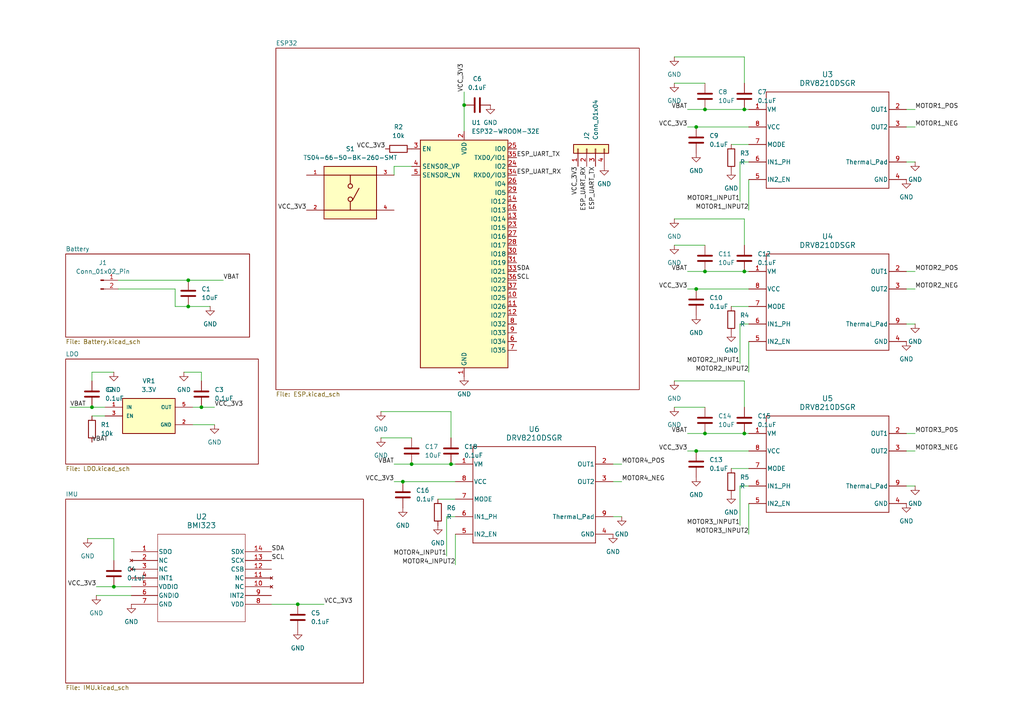
<source format=kicad_sch>
(kicad_sch (version 20250114) (generator "eeschema") (generator_version "9.0")
  (paper "A4")
  (lib_symbols
    (symbol "2025-09-15_20-21-28:DRV8210DSGR" (pin_names (offset 0.254))
      (property "Reference" "U" (at 0 2.54 0))
      (property "Value" "DRV8210DSGR" (at 0 0 0))
      (symbol "DRV8210DSGR_0_1"
        (polyline (pts (xy 5.08 5.08) (xy 5.08 -22.86)) (stroke (width 0.2032)))
        (polyline (pts (xy 5.08 -22.86) (xy 40.64 -22.86)) (stroke (width 0.2032)))
        (polyline (pts (xy 40.64 5.08) (xy 5.08 5.08)) (stroke (width 0.2032)))
        (polyline (pts (xy 40.64 -22.86) (xy 40.64 5.08)) (stroke (width 0.2032)))
        (pin power_in line (at 0 0 0) (length 5.08) (name "VM") (number "1"))
        (pin power_in line (at 0 -5.08 0) (length 5.08) (name "VCC") (number "8"))
        (pin unspecified line (at 0 -10.16 0) (length 5.08) (name "MODE") (number "7"))
        (pin input line (at 0 -15.24 0) (length 5.08) (name "IN1_PH") (number "6"))
        (pin input line (at 0 -20.32 0) (length 5.08) (name "IN2_EN") (number "5"))
        (pin output line (at 45.72 0 180) (length 5.08) (name "OUT1") (number "2"))
        (pin output line (at 45.72 -5.08 180) (length 5.08) (name "OUT2") (number "3"))
        (pin power_in line (at 45.72 -15.24 180) (length 5.08) (name "Thermal_Pad") (number "9"))
        (pin power_in line (at 45.72 -20.32 180) (length 5.08) (name "GND") (number "4"))
      )
    )
    (symbol "AP7366:AP7366-33W5-7" (pin_names (offset 1.016))
      (property "Reference" "VR" (at -7.62 6.35 0))
      (property "Value" "AP7366-33W5-7" (at -7.62 -6.35 0))
      (symbol "AP7366-33W5-7_0_0"
        (rectangle (start -7.62 -5.08) (end 7.62 5.08) (stroke (width 0.254)) (fill (type background)))
        (pin input line (at -12.7 2.54 0) (length 5.08) (name "IN") (number "1"))
        (pin input line (at -12.7 0 0) (length 5.08) (name "EN") (number "3"))
        (pin output line (at 12.7 2.54 180) (length 5.08) (name "OUT") (number "5"))
        (pin power_in line (at 12.7 -2.54 180) (length 5.08) (name "GND") (number "2"))
      )
    )
    (symbol "BMI323:BMI323" (pin_names (offset 0.254))
      (property "Reference" "U" (at 20.32 10.16 0))
      (property "Value" "BMI323" (at 20.32 7.62 0))
      (symbol "BMI323_0_1"
        (polyline (pts (xy 7.62 5.08) (xy 7.62 -20.32)) (stroke (width 0.127)))
        (polyline (pts (xy 7.62 -20.32) (xy 33.02 -20.32)) (stroke (width 0.127)))
        (polyline (pts (xy 33.02 5.08) (xy 7.62 5.08)) (stroke (width 0.127)))
        (polyline (pts (xy 33.02 -20.32) (xy 33.02 5.08)) (stroke (width 0.127)))
        (pin bidirectional line (at 0 0 0) (length 7.62) (name "SDO") (number "1"))
        (pin no_connect line (at 0 -2.54 0) (length 7.62) (name "NC") (number "2"))
        (pin no_connect line (at 0 -5.08 0) (length 7.62) (name "NC") (number "3"))
        (pin bidirectional line (at 0 -7.62 0) (length 7.62) (name "INT1") (number "4"))
        (pin power_in line (at 0 -10.16 0) (length 7.62) (name "VDDIO") (number "5"))
        (pin power_out line (at 0 -12.7 0) (length 7.62) (name "GNDIO") (number "6"))
        (pin power_out line (at 0 -15.24 0) (length 7.62) (name "GND") (number "7"))
        (pin bidirectional line (at 40.64 0 180) (length 7.62) (name "SDX") (number "14"))
        (pin input line (at 40.64 -2.54 180) (length 7.62) (name "SCX") (number "13"))
        (pin input line (at 40.64 -5.08 180) (length 7.62) (name "CSB") (number "12"))
        (pin no_connect line (at 40.64 -7.62 180) (length 7.62) (name "NC") (number "11"))
        (pin no_connect line (at 40.64 -10.16 180) (length 7.62) (name "NC") (number "10"))
        (pin bidirectional line (at 40.64 -12.7 180) (length 7.62) (name "INT2") (number "9"))
        (pin power_in line (at 40.64 -15.24 180) (length 7.62) (name "VDD") (number "8"))
      )
    )
    (symbol "Connector:Conn_01x02_Pin" (pin_names (offset 1.016) (hide yes))
      (property "Reference" "J1" (at 0.635 5.08 0))
      (property "Value" "Conn_01x02_Pin" (at 0.635 2.54 0))
      (symbol "Conn_01x02_Pin_1_1"
        (rectangle (start 0.8636 0.127) (end 0 -0.127) (stroke (width 0.1524)) (fill (type outline)))
        (rectangle (start 0.8636 -2.413) (end 0 -2.667) (stroke (width 0.1524)) (fill (type outline)))
        (polyline (pts (xy 1.27 0) (xy 0.8636 0)) (stroke (width 0.1524)))
        (polyline (pts (xy 1.27 -2.54) (xy 0.8636 -2.54)) (stroke (width 0.1524)))
        (pin passive line (at 5.08 0 180) (length 3.81) (name "Pin_1") (number "1"))
        (pin passive line (at 5.08 -2.54 180) (length 3.81) (name "Pin_2") (number "2"))
      )
    )
    (symbol "Connector_Generic:Conn_01x04" (pin_names (offset 1.016) (hide yes))
      (property "Reference" "J" (at 0 5.08 0))
      (property "Value" "Conn_01x04" (at 0 -7.62 0))
      (symbol "Conn_01x04_1_1"
        (rectangle (start -1.27 3.81) (end 1.27 -6.35) (stroke (width 0.254)) (fill (type background)))
        (rectangle (start -1.27 2.667) (end 0 2.413) (stroke (width 0.1524)))
        (rectangle (start -1.27 0.127) (end 0 -0.127) (stroke (width 0.1524)))
        (rectangle (start -1.27 -2.413) (end 0 -2.667) (stroke (width 0.1524)))
        (rectangle (start -1.27 -4.953) (end 0 -5.207) (stroke (width 0.1524)))
        (pin passive line (at -5.08 2.54 0) (length 3.81) (name "Pin_1") (number "1"))
        (pin passive line (at -5.08 0 0) (length 3.81) (name "Pin_2") (number "2"))
        (pin passive line (at -5.08 -2.54 0) (length 3.81) (name "Pin_3") (number "3"))
        (pin passive line (at -5.08 -5.08 0) (length 3.81) (name "Pin_4") (number "4"))
      )
    )
    (symbol "Device:C" (pin_numbers (hide yes)) (pin_names (offset 0.254))
      (property "Reference" "C" (at 0.635 2.54 0))
      (property "Value" "C" (at 0.635 -2.54 0))
      (symbol "C_0_1"
        (polyline (pts (xy -2.032 0.762) (xy 2.032 0.762)) (stroke (width 0.508)))
        (polyline (pts (xy -2.032 -0.762) (xy 2.032 -0.762)) (stroke (width 0.508)))
      )
      (symbol "C_1_1"
        (pin passive line (at 0 3.81 270) (length 2.794) (name "~") (number "1"))
        (pin passive line (at 0 -3.81 90) (length 2.794) (name "~") (number "2"))
      )
    )
    (symbol "Device:R" (pin_numbers (hide yes)) (pin_names (offset 0))
      (property "Reference" "R" (at 2.032 0 90))
      (property "Value" "R" (at 0 0 90))
      (symbol "R_0_1"
        (rectangle (start -1.016 -2.54) (end 1.016 2.54) (stroke (width 0.254)))
      )
      (symbol "R_1_1"
        (pin passive line (at 0 3.81 270) (length 1.27) (name "~") (number "1"))
        (pin passive line (at 0 -3.81 90) (length 1.27) (name "~") (number "2"))
      )
    )
    (symbol "RF_Module:ESP32-WROOM-32E"
      (property "Reference" "U" (at -12.7 34.29 0))
      (property "Value" "ESP32-WROOM-32E" (at 1.27 34.29 0))
      (symbol "ESP32-WROOM-32E_0_1"
        (rectangle (start -12.7 33.02) (end 12.7 -33.02) (stroke (width 0.254)) (fill (type background)))
      )
      (symbol "ESP32-WROOM-32E_1_1"
        (pin input line (at -15.24 30.48 0) (length 2.54) (name "EN") (number "3"))
        (pin input line (at -15.24 25.4 0) (length 2.54) (name "SENSOR_VP") (number "4"))
        (pin input line (at -15.24 22.86 0) (length 2.54) (name "SENSOR_VN") (number "5"))
        (pin no_connect line (at -12.7 0 0) (length 2.54) (hide yes) (name "NC") (number "21"))
        (pin no_connect line (at -12.7 -2.54 0) (length 2.54) (hide yes) (name "NC") (number "22"))
        (pin no_connect line (at -12.7 -5.08 0) (length 2.54) (hide yes) (name "NC") (number "17"))
        (pin no_connect line (at -12.7 -7.62 0) (length 2.54) (hide yes) (name "NC") (number "18"))
        (pin no_connect line (at -12.7 -10.16 0) (length 2.54) (hide yes) (name "NC") (number "20"))
        (pin no_connect line (at -12.7 -12.7 0) (length 2.54) (hide yes) (name "NC") (number "19"))
        (pin no_connect line (at -12.7 -27.94 0) (length 2.54) (hide yes) (name "NC") (number "32"))
        (pin power_in line (at 0 35.56 270) (length 2.54) (name "VDD") (number "2"))
        (pin power_in line (at 0 -35.56 90) (length 2.54) (name "GND") (number "1"))
        (pin passive line (at 0 -35.56 90) (length 2.54) (hide yes) (name "GND") (number "15"))
        (pin passive line (at 0 -35.56 90) (length 2.54) (hide yes) (name "GND") (number "38"))
        (pin passive line (at 0 -35.56 90) (length 2.54) (hide yes) (name "GND") (number "39"))
        (pin bidirectional line (at 15.24 30.48 180) (length 2.54) (name "IO0") (number "25"))
        (pin bidirectional line (at 15.24 27.94 180) (length 2.54) (name "TXD0/IO1") (number "35"))
        (pin bidirectional line (at 15.24 25.4 180) (length 2.54) (name "IO2") (number "24"))
        (pin bidirectional line (at 15.24 22.86 180) (length 2.54) (name "RXD0/IO3") (number "34"))
        (pin bidirectional line (at 15.24 20.32 180) (length 2.54) (name "IO4") (number "26"))
        (pin bidirectional line (at 15.24 17.78 180) (length 2.54) (name "IO5") (number "29"))
        (pin bidirectional line (at 15.24 15.24 180) (length 2.54) (name "IO12") (number "14"))
        (pin bidirectional line (at 15.24 12.7 180) (length 2.54) (name "IO13") (number "16"))
        (pin bidirectional line (at 15.24 10.16 180) (length 2.54) (name "IO14") (number "13"))
        (pin bidirectional line (at 15.24 7.62 180) (length 2.54) (name "IO15") (number "23"))
        (pin bidirectional line (at 15.24 5.08 180) (length 2.54) (name "IO16") (number "27"))
        (pin bidirectional line (at 15.24 2.54 180) (length 2.54) (name "IO17") (number "28"))
        (pin bidirectional line (at 15.24 0 180) (length 2.54) (name "IO18") (number "30"))
        (pin bidirectional line (at 15.24 -2.54 180) (length 2.54) (name "IO19") (number "31"))
        (pin bidirectional line (at 15.24 -5.08 180) (length 2.54) (name "IO21") (number "33"))
        (pin bidirectional line (at 15.24 -7.62 180) (length 2.54) (name "IO22") (number "36"))
        (pin bidirectional line (at 15.24 -10.16 180) (length 2.54) (name "IO23") (number "37"))
        (pin bidirectional line (at 15.24 -12.7 180) (length 2.54) (name "IO25") (number "10"))
        (pin bidirectional line (at 15.24 -15.24 180) (length 2.54) (name "IO26") (number "11"))
        (pin bidirectional line (at 15.24 -17.78 180) (length 2.54) (name "IO27") (number "12"))
        (pin bidirectional line (at 15.24 -20.32 180) (length 2.54) (name "IO32") (number "8"))
        (pin bidirectional line (at 15.24 -22.86 180) (length 2.54) (name "IO33") (number "9"))
        (pin input line (at 15.24 -25.4 180) (length 2.54) (name "IO34") (number "6"))
        (pin input line (at 15.24 -27.94 180) (length 2.54) (name "IO35") (number "7"))
      )
    )
    (symbol "TS04-66-50-BK-260-SMT:TS04-66-50-BK-260-SMT" (pin_names (offset 1.016))
      (property "Reference" "S" (at -7.62 8.382 0))
      (property "Value" "TS04-66-50-BK-260-SMT" (at -7.62 -8.382 0))
      (symbol "TS04-66-50-BK-260-SMT_0_0"
        (rectangle (start -7.62 -7.62) (end 7.62 7.62) (stroke (width 0.254)) (fill (type background)))
        (polyline (pts (xy 0 5.08) (xy 0 2.54)) (stroke (width 0.254)))
        (circle (center 0 1.905) (radius 0.635) (stroke (width 0.254)))
        (circle (center 0 -1.905) (radius 0.635) (stroke (width 0.254)))
        (polyline (pts (xy 0 -2.54) (xy 0 -5.08)) (stroke (width 0.254)))
        (polyline (pts (xy 0.635 -2.2225) (xy 2.54 1.27)) (stroke (width 0.254)))
        (polyline (pts (xy 7.62 5.08) (xy -7.62 5.08)) (stroke (width 0.254)))
        (polyline (pts (xy 7.62 -5.08) (xy -7.62 -5.08)) (stroke (width 0.254)))
        (pin passive line (at -12.7 5.08 0) (length 5.08) (name "~") (number "1"))
        (pin passive line (at -12.7 -5.08 0) (length 5.08) (name "~") (number "2"))
        (pin passive line (at 12.7 5.08 180) (length 5.08) (name "~") (number "3"))
        (pin passive line (at 12.7 -5.08 180) (length 5.08) (name "~") (number "4"))
      )
    )
    (symbol "power:GND" (power) (pin_numbers (hide yes)) (pin_names (offset 0) (hide yes))
      (property "Value" "GND" (at 0 -3.81 0))
      (symbol "GND_0_1"
        (polyline (pts (xy 0 0) (xy 0 -1.27) (xy 1.27 -1.27) (xy 0 -2.54) (xy -1.27 -1.27) (xy 0 -1.27)))
      )
      (symbol "GND_1_1"
        (pin power_in line (at 0 0 270) (length 0) (name "~") (number "1"))
      )
    )
  )
  (junction (at 116.84 139.7))
  (junction (at 201.93 36.83))
  (junction (at 54.61 88.9))
  (junction (at 201.93 130.81))
  (junction (at 86.36 175.26))
  (junction (at 204.47 125.73))
  (junction (at 215.9 31.75))
  (junction (at 201.93 83.82))
  (junction (at 119.38 134.62))
  (junction (at 215.9 125.73))
  (junction (at 54.61 81.28))
  (junction (at 130.81 134.62))
  (junction (at 204.47 31.75))
  (junction (at 58.42 118.11))
  (junction (at 26.67 118.11))
  (junction (at 204.47 78.74))
  (junction (at 215.9 78.74))
  (junction (at 134.62 30.48))
  (junction (at 33.02 170.18))
  (wire (pts (xy 58.42 110.49) (xy 58.42 107.95)))
  (wire (pts (xy 215.9 31.75) (xy 217.17 31.75)))
  (wire (pts (xy 110.49 119.38) (xy 130.81 119.38)))
  (wire (pts (xy 217.17 99.06) (xy 217.17 107.95)))
  (wire (pts (xy 114.3 139.7) (xy 116.84 139.7)))
  (wire (pts (xy 262.89 83.82) (xy 265.43 83.82)))
  (wire (pts (xy 265.43 46.99) (xy 262.89 46.99)))
  (wire (pts (xy 116.84 139.7) (xy 132.08 139.7)))
  (wire (pts (xy 265.43 93.98) (xy 262.89 93.98)))
  (wire (pts (xy 93.98 175.26) (xy 86.36 175.26)))
  (wire (pts (xy 199.39 36.83) (xy 201.93 36.83)))
  (wire (pts (xy 199.39 78.74) (xy 204.47 78.74)))
  (wire (pts (xy 180.34 149.86) (xy 177.8 149.86)))
  (wire (pts (xy 26.67 107.95) (xy 33.02 107.95)))
  (wire (pts (xy 215.9 125.73) (xy 217.17 125.73)))
  (wire (pts (xy 25.4 156.21) (xy 33.02 156.21)))
  (wire (pts (xy 110.49 127) (xy 119.38 127)))
  (wire (pts (xy 262.89 78.74) (xy 265.43 78.74)))
  (wire (pts (xy 204.47 31.75) (xy 215.9 31.75)))
  (wire (pts (xy 54.61 81.28) (xy 64.77 81.28)))
  (wire (pts (xy 130.81 134.62) (xy 132.08 134.62)))
  (wire (pts (xy 50.8 83.82) (xy 34.29 83.82)))
  (wire (pts (xy 195.58 24.13) (xy 204.47 24.13)))
  (wire (pts (xy 217.17 52.07) (xy 217.17 60.96)))
  (wire (pts (xy 195.58 63.5) (xy 215.9 63.5)))
  (wire (pts (xy 204.47 78.74) (xy 215.9 78.74)))
  (wire (pts (xy 130.81 127) (xy 130.81 119.38)))
  (wire (pts (xy 27.94 170.18) (xy 33.02 170.18)))
  (wire (pts (xy 262.89 36.83) (xy 265.43 36.83)))
  (wire (pts (xy 53.34 107.95) (xy 58.42 107.95)))
  (wire (pts (xy 195.58 71.12) (xy 204.47 71.12)))
  (wire (pts (xy 201.93 130.81) (xy 217.17 130.81)))
  (wire (pts (xy 214.63 46.99) (xy 214.63 58.42)))
  (wire (pts (xy 212.09 41.91) (xy 217.17 41.91)))
  (wire (pts (xy 132.08 154.94) (xy 132.08 163.83)))
  (wire (pts (xy 127 144.78) (xy 132.08 144.78)))
  (wire (pts (xy 199.39 31.75) (xy 204.47 31.75)))
  (wire (pts (xy 134.62 26.67) (xy 134.62 30.48)))
  (wire (pts (xy 20.32 118.11) (xy 26.67 118.11)))
  (wire (pts (xy 50.8 88.9) (xy 54.61 88.9)))
  (wire (pts (xy 26.67 118.11) (xy 30.48 118.11)))
  (wire (pts (xy 129.54 149.86) (xy 132.08 149.86)))
  (wire (pts (xy 177.8 139.7) (xy 180.34 139.7)))
  (wire (pts (xy 114.3 134.62) (xy 119.38 134.62)))
  (wire (pts (xy 55.88 118.11) (xy 58.42 118.11)))
  (wire (pts (xy 50.8 88.9) (xy 50.8 83.82)))
  (wire (pts (xy 26.67 120.65) (xy 30.48 120.65)))
  (wire (pts (xy 204.47 125.73) (xy 215.9 125.73)))
  (wire (pts (xy 262.89 31.75) (xy 265.43 31.75)))
  (wire (pts (xy 215.9 118.11) (xy 215.9 110.49)))
  (wire (pts (xy 195.58 110.49) (xy 215.9 110.49)))
  (wire (pts (xy 212.09 135.89) (xy 217.17 135.89)))
  (wire (pts (xy 129.54 149.86) (xy 129.54 161.29)))
  (wire (pts (xy 33.02 162.56) (xy 33.02 156.21)))
  (wire (pts (xy 119.38 134.62) (xy 130.81 134.62)))
  (wire (pts (xy 214.63 46.99) (xy 217.17 46.99)))
  (wire (pts (xy 262.89 125.73) (xy 265.43 125.73)))
  (wire (pts (xy 114.3 50.8) (xy 114.3 48.26)))
  (wire (pts (xy 217.17 146.05) (xy 217.17 154.94)))
  (wire (pts (xy 214.63 93.98) (xy 217.17 93.98)))
  (wire (pts (xy 58.42 118.11) (xy 62.23 118.11)))
  (wire (pts (xy 199.39 130.81) (xy 201.93 130.81)))
  (wire (pts (xy 27.94 172.72) (xy 38.1 172.72)))
  (wire (pts (xy 215.9 78.74) (xy 217.17 78.74)))
  (wire (pts (xy 201.93 36.83) (xy 217.17 36.83)))
  (wire (pts (xy 34.29 81.28) (xy 54.61 81.28)))
  (wire (pts (xy 265.43 140.97) (xy 262.89 140.97)))
  (wire (pts (xy 177.8 134.62) (xy 180.34 134.62)))
  (wire (pts (xy 214.63 140.97) (xy 217.17 140.97)))
  (wire (pts (xy 214.63 140.97) (xy 214.63 152.4)))
  (wire (pts (xy 215.9 71.12) (xy 215.9 63.5)))
  (wire (pts (xy 195.58 118.11) (xy 204.47 118.11)))
  (wire (pts (xy 262.89 130.81) (xy 265.43 130.81)))
  (wire (pts (xy 214.63 93.98) (xy 214.63 105.41)))
  (wire (pts (xy 134.62 30.48) (xy 134.62 38.1)))
  (wire (pts (xy 33.02 170.18) (xy 38.1 170.18)))
  (wire (pts (xy 55.88 123.19) (xy 62.23 123.19)))
  (wire (pts (xy 201.93 83.82) (xy 217.17 83.82)))
  (wire (pts (xy 86.36 175.26) (xy 78.74 175.26)))
  (wire (pts (xy 114.3 48.26) (xy 119.38 48.26)))
  (wire (pts (xy 212.09 88.9) (xy 217.17 88.9)))
  (wire (pts (xy 54.61 88.9) (xy 60.96 88.9)))
  (wire (pts (xy 26.67 110.49) (xy 26.67 107.95)))
  (wire (pts (xy 195.58 16.51) (xy 215.9 16.51)))
  (wire (pts (xy 199.39 125.73) (xy 204.47 125.73)))
  (wire (pts (xy 215.9 24.13) (xy 215.9 16.51)))
  (wire (pts (xy 199.39 83.82) (xy 201.93 83.82)))
  (label "MOTOR2_POS" (at 265.43 78.74 0))
  (label "MOTOR1_INPUT1" (at 214.63 58.42 180))
  (label "MOTOR3_INPUT2" (at 217.17 154.94 180))
  (label "MOTOR1_NEG" (at 265.43 36.83 0))
  (label "VCC_3V3" (at 111.76 43.18 180))
  (label "VCC_3V3" (at 88.9 60.96 180))
  (label "VBAT" (at 114.3 134.62 180))
  (label "SDA" (at 78.74 160.02 0))
  (label "VCC_3V3" (at 199.39 83.82 180))
  (label "MOTOR4_INPUT2" (at 132.08 163.83 180))
  (label "VCC_3V3" (at 93.98 175.26 0))
  (label "ESP_UART_RX" (at 170.18 48.26 270))
  (label "MOTOR4_INPUT1" (at 129.54 161.29 180))
  (label "VCC_3V3" (at 62.23 118.11 0))
  (label "MOTOR4_NEG" (at 180.34 139.7 0))
  (label "MOTOR3_NEG" (at 265.43 130.81 0))
  (label "VBAT" (at 20.32 118.11 0))
  (label "MOTOR4_POS" (at 180.34 134.62 0))
  (label "VBAT" (at 199.39 31.75 180))
  (label "VCC_3V3" (at 134.62 26.67 90))
  (label "MOTOR1_INPUT2" (at 217.17 60.96 180))
  (label "VCC_3V3" (at 114.3 139.7 180))
  (label "MOTOR1_POS" (at 265.43 31.75 0))
  (label "VCC_3V3" (at 199.39 130.81 180))
  (label "MOTOR2_INPUT2" (at 217.17 107.95 180))
  (label "VCC_3V3" (at 27.94 170.18 180))
  (label "MOTOR2_INPUT1" (at 214.63 105.41 180))
  (label "VCC_3V3" (at 199.39 36.83 180))
  (label "VCC_3V3" (at 167.64 48.26 270))
  (label "VBAT" (at 64.77 81.28 0))
  (label "MOTOR3_INPUT1" (at 214.63 152.4 180))
  (label "VBAT" (at 199.39 125.73 180))
  (label "SDA" (at 149.86 78.74 0))
  (label "VBAT" (at 199.39 78.74 180))
  (label "VBAT" (at 26.67 128.27 0))
  (label "MOTOR2_NEG" (at 265.43 83.82 0))
  (label "MOTOR3_POS" (at 265.43 125.73 0))
  (label "ESP_UART_TX" (at 149.86 45.72 0))
  (label "ESP_UART_RX" (at 149.86 50.8 0))
  (label "SCL" (at 149.86 81.28 0))
  (label "ESP_UART_TX" (at 172.72 48.26 270))
  (label "SCL" (at 78.74 162.56 0))
  (symbol (lib_id "Device:R") (at 127 148.59 180) (unit 1)
    (property "Reference" "R6" (at 129.54 147.3199 0) (effects (justify right)))
    (property "Value" "R" (at 129.54 149.8599 0) (effects (justify right)))
    (property "Description" "Resistor" (effects (hide yes)))
  )
  (symbol (lib_id "2025-09-15_20-21-28:DRV8210DSGR") (at 217.17 31.75 0) (unit 1)
    (property "Reference" "U3" (at 240.03 21.59 0) (effects (font (size 1.524 1.524))))
    (property "Value" "DRV8210DSGR" (at 240.03 24.13 0) (effects (font (size 1.524 1.524))))
    (property "Footprint" "DSG0008A-IPC_A" (effects (hide yes)))
    (property "Datasheet" "https://www.ti.com/lit/gpn/drv8210" (effects (hide yes)))
  )
  (symbol (lib_id "Device:R") (at 115.57 43.18 90) (unit 1)
    (property "Reference" "R2" (at 115.57 36.83 90))
    (property "Value" "10k" (at 115.57 39.37 90))
    (property "Description" "Resistor" (effects (hide yes)))
  )
  (symbol (lib_id "power:GND") (at 116.84 147.32 0) (unit 1)
    (property "Reference" "#PWR032" (effects (hide yes)))
    (property "Value" "GND" (at 116.84 152.4 0))
    (property "Description" "Power symbol creates a global label with name \"GND\" , ground" (effects (hide yes)))
  )
  (symbol (lib_id "Connector_Generic:Conn_01x04") (at 170.18 43.18 90) (unit 1)
    (property "Reference" "J2" (at 170.1799 40.64 0) (effects (justify left)))
    (property "Value" "Conn_01x04" (at 172.7199 40.64 0) (effects (justify left)))
    (property "Description" "Generic connector, single row, 01x04, script generated (kicad-library-utils/schlib/autogen/connector/)" (effects (hide yes)))
  )
  (symbol (lib_id "power:GND") (at 195.58 118.11 0) (unit 1)
    (property "Reference" "#PWR025" (effects (hide yes)))
    (property "Value" "GND" (at 195.58 123.19 0))
    (property "Description" "Power symbol creates a global label with name \"GND\" , ground" (effects (hide yes)))
  )
  (symbol (lib_id "power:GND") (at 142.24 30.48 0) (unit 1)
    (property "Reference" "#PWR010" (effects (hide yes)))
    (property "Value" "GND" (at 142.24 35.56 0))
    (property "Description" "Power symbol creates a global label with name \"GND\" , ground" (effects (hide yes)))
  )
  (symbol (lib_id "power:GND") (at 262.89 52.07 0) (unit 1)
    (property "Reference" "#PWR015" (effects (hide yes)))
    (property "Value" "GND" (at 262.89 57.15 0))
    (property "Description" "Power symbol creates a global label with name \"GND\" , ground" (effects (hide yes)))
  )
  (symbol (lib_id "power:GND") (at 195.58 63.5 0) (unit 1)
    (property "Reference" "#PWR018" (effects (hide yes)))
    (property "Value" "GND" (at 195.58 68.58 0))
    (property "Description" "Power symbol creates a global label with name \"GND\" , ground" (effects (hide yes)))
  )
  (symbol (lib_id "power:GND") (at 180.34 149.86 0) (unit 1)
    (property "Reference" "#PWR035" (effects (hide yes)))
    (property "Value" "GND" (at 180.34 154.94 0))
    (property "Description" "Power symbol creates a global label with name \"GND\" , ground" (effects (hide yes)))
  )
  (symbol (lib_id "power:GND") (at 38.1 175.26 0) (unit 1)
    (property "Reference" "#PWR07" (effects (hide yes)))
    (property "Value" "GND" (at 38.1 180.34 0))
    (property "Description" "Power symbol creates a global label with name \"GND\" , ground" (effects (hide yes)))
  )
  (symbol (lib_id "power:GND") (at 127 152.4 0) (unit 1)
    (property "Reference" "#PWR033" (effects (hide yes)))
    (property "Value" "GND" (at 127 157.48 0))
    (property "Description" "Power symbol creates a global label with name \"GND\" , ground" (effects (hide yes)))
  )
  (symbol (lib_id "power:GND") (at 134.62 109.22 0) (unit 1)
    (property "Reference" "#PWR05" (effects (hide yes)))
    (property "Value" "GND" (at 134.62 114.3 0))
    (property "Description" "Power symbol creates a global label with name \"GND\" , ground" (effects (hide yes)))
  )
  (symbol (lib_id "Device:R") (at 26.67 124.46 0) (unit 1)
    (property "Reference" "R1" (at 29.21 123.1899 0) (effects (justify left)))
    (property "Value" "10k" (at 29.21 125.7299 0) (effects (justify left)))
    (property "Description" "Resistor" (effects (hide yes)))
  )
  (symbol (lib_id "RF_Module:ESP32-WROOM-32E") (at 134.62 73.66 0) (unit 1)
    (property "Reference" "U1" (at 136.7633 35.56 0) (effects (justify left)))
    (property "Value" "ESP32-WROOM-32E" (at 136.7633 38.1 0) (effects (justify left)))
    (property "Footprint" "RF_Module:ESP32-WROOM-32D" (effects (hide yes)))
    (property "Datasheet" "https://www.espressif.com/sites/default/files/documentation/esp32-wroom-32e_esp32-wroom-32ue_datasheet_en.pdf" (effects (hide yes)))
    (property "Description" "RF Module, ESP32-D0WD-V3 SoC, without PSRAM, Wi-Fi 802.11b/g/n, Bluetooth, BLE, 32-bit, 2.7-3.6V, onboard antenna, SMD" (effects (hide yes)))
  )
  (symbol (lib_id "Device:C") (at 215.9 27.94 0) (unit 1)
    (property "Reference" "C7" (at 219.71 26.6699 0) (effects (justify left)))
    (property "Value" "0.1uF" (at 219.71 29.2099 0) (effects (justify left)))
    (property "Description" "Unpolarized capacitor" (effects (hide yes)))
  )
  (symbol (lib_id "power:GND") (at 201.93 138.43 0) (unit 1)
    (property "Reference" "#PWR026" (effects (hide yes)))
    (property "Value" "GND" (at 201.93 143.51 0))
    (property "Description" "Power symbol creates a global label with name \"GND\" , ground" (effects (hide yes)))
  )
  (symbol (lib_id "2025-09-15_20-21-28:DRV8210DSGR") (at 132.08 134.62 0) (unit 1)
    (property "Reference" "U6" (at 154.94 124.46 0) (effects (font (size 1.524 1.524))))
    (property "Value" "DRV8210DSGR" (at 154.94 127 0) (effects (font (size 1.524 1.524))))
    (property "Footprint" "DSG0008A-IPC_A" (effects (hide yes)))
    (property "Datasheet" "https://www.ti.com/lit/gpn/drv8210" (effects (hide yes)))
  )
  (symbol (lib_id "Device:C") (at 116.84 143.51 0) (unit 1)
    (property "Reference" "C16" (at 120.65 142.2399 0) (effects (justify left)))
    (property "Value" "0.1uF" (at 120.65 144.7799 0) (effects (justify left)))
    (property "Description" "Unpolarized capacitor" (effects (hide yes)))
  )
  (symbol (lib_id "Device:C") (at 204.47 27.94 0) (unit 1)
    (property "Reference" "C8" (at 208.28 26.6699 0) (effects (justify left)))
    (property "Value" "10uF" (at 208.28 29.2099 0) (effects (justify left)))
    (property "Description" "Unpolarized capacitor" (effects (hide yes)))
  )
  (symbol (lib_id "power:GND") (at 262.89 99.06 0) (unit 1)
    (property "Reference" "#PWR022" (effects (hide yes)))
    (property "Value" "GND" (at 262.89 104.14 0))
    (property "Description" "Power symbol creates a global label with name \"GND\" , ground" (effects (hide yes)))
  )
  (symbol (lib_id "power:GND") (at 201.93 91.44 0) (unit 1)
    (property "Reference" "#PWR020" (effects (hide yes)))
    (property "Value" "GND" (at 201.93 96.52 0))
    (property "Description" "Power symbol creates a global label with name \"GND\" , ground" (effects (hide yes)))
  )
  (symbol (lib_id "Device:C") (at 119.38 130.81 0) (unit 1)
    (property "Reference" "C17" (at 123.19 129.5399 0) (effects (justify left)))
    (property "Value" "10uF" (at 123.19 132.0799 0) (effects (justify left)))
    (property "Description" "Unpolarized capacitor" (effects (hide yes)))
  )
  (symbol (lib_id "Device:C") (at 201.93 134.62 0) (unit 1)
    (property "Reference" "C13" (at 205.74 133.3499 0) (effects (justify left)))
    (property "Value" "0.1uF" (at 205.74 135.8899 0) (effects (justify left)))
    (property "Description" "Unpolarized capacitor" (effects (hide yes)))
  )
  (symbol (lib_id "power:GND") (at 86.36 182.88 0) (unit 1)
    (property "Reference" "#PWR08" (effects (hide yes)))
    (property "Value" "GND" (at 86.36 187.96 0))
    (property "Description" "Power symbol creates a global label with name \"GND\" , ground" (effects (hide yes)))
  )
  (symbol (lib_id "power:GND") (at 195.58 24.13 0) (unit 1)
    (property "Reference" "#PWR012" (effects (hide yes)))
    (property "Value" "GND" (at 195.58 29.21 0))
    (property "Description" "Power symbol creates a global label with name \"GND\" , ground" (effects (hide yes)))
  )
  (symbol (lib_id "power:GND") (at 110.49 127 0) (unit 1)
    (property "Reference" "#PWR031" (effects (hide yes)))
    (property "Value" "GND" (at 110.49 132.08 0))
    (property "Description" "Power symbol creates a global label with name \"GND\" , ground" (effects (hide yes)))
  )
  (symbol (lib_id "Device:C") (at 138.43 30.48 90) (unit 1)
    (property "Reference" "C6" (at 138.43 22.86 90))
    (property "Value" "0.1uF" (at 138.43 25.4 90))
    (property "Description" "Unpolarized capacitor" (effects (hide yes)))
  )
  (symbol (lib_id "power:GND") (at 201.93 44.45 0) (unit 1)
    (property "Reference" "#PWR011" (effects (hide yes)))
    (property "Value" "GND" (at 201.93 49.53 0))
    (property "Description" "Power symbol creates a global label with name \"GND\" , ground" (effects (hide yes)))
  )
  (symbol (lib_id "Device:C") (at 33.02 166.37 0) (unit 1)
    (property "Reference" "C4" (at 36.83 165.0999 0) (effects (justify left)))
    (property "Value" "0.1uF" (at 36.83 167.6399 0) (effects (justify left)))
    (property "Description" "Unpolarized capacitor" (effects (hide yes)))
  )
  (symbol (lib_id "power:GND") (at 33.02 107.95 0) (unit 1)
    (property "Reference" "#PWR03" (effects (hide yes)))
    (property "Value" "GND" (at 33.02 113.03 0))
    (property "Description" "Power symbol creates a global label with name \"GND\" , ground" (effects (hide yes)))
  )
  (symbol (lib_id "power:GND") (at 195.58 71.12 0) (unit 1)
    (property "Reference" "#PWR019" (effects (hide yes)))
    (property "Value" "GND" (at 195.58 76.2 0))
    (property "Description" "Power symbol creates a global label with name \"GND\" , ground" (effects (hide yes)))
  )
  (symbol (lib_id "Device:C") (at 215.9 121.92 0) (unit 1)
    (property "Reference" "C15" (at 219.71 120.6499 0) (effects (justify left)))
    (property "Value" "0.1uF" (at 219.71 123.1899 0) (effects (justify left)))
    (property "Description" "Unpolarized capacitor" (effects (hide yes)))
  )
  (symbol (lib_id "Device:C") (at 54.61 85.09 0) (unit 1)
    (property "Reference" "C1" (at 58.42 83.8199 0) (effects (justify left)))
    (property "Value" "10uF" (at 58.42 86.3599 0) (effects (justify left)))
    (property "Description" "Unpolarized capacitor" (effects (hide yes)))
  )
  (symbol (lib_id "TS04-66-50-BK-260-SMT:TS04-66-50-BK-260-SMT") (at 101.6 55.88 0) (unit 1)
    (property "Reference" "S1" (at 101.6 43.18 0))
    (property "Value" "TS04-66-50-BK-260-SMT" (at 101.6 45.72 0))
    (property "Footprint" "TS04-66-50-BK-260-SMT:SW_TS04-66-50-BK-260-SMT" (effects (hide yes)))
    (property "PARTREV" "1.0" (effects (hide yes)))
    (property "MANUFACTURER" "CUI Devices" (effects (hide yes)))
    (property "STANDARD" "Manufacturer Recommendations" (effects (hide yes)))
  )
  (symbol (lib_id "power:GND") (at 195.58 110.49 0) (unit 1)
    (property "Reference" "#PWR024" (effects (hide yes)))
    (property "Value" "GND" (at 195.58 115.57 0))
    (property "Description" "Power symbol creates a global label with name \"GND\" , ground" (effects (hide yes)))
  )
  (symbol (lib_id "Device:C") (at 130.81 130.81 0) (unit 1)
    (property "Reference" "C18" (at 134.62 129.5399 0) (effects (justify left)))
    (property "Value" "0.1uF" (at 134.62 132.0799 0) (effects (justify left)))
    (property "Description" "Unpolarized capacitor" (effects (hide yes)))
  )
  (symbol (lib_id "AP7366:AP7366-33W5-7") (at 43.18 120.65 0) (unit 1)
    (property "Reference" "VR1" (at 43.18 110.49 0))
    (property "Value" "3.3V" (at 43.18 113.03 0))
    (property "Footprint" "AP7366-33W5-7:SOT95P285X140-5N" (effects (hide yes)))
    (property "PARTREV" "1-2" (effects (hide yes)))
    (property "MANUFACTURER" "DIODES" (effects (hide yes)))
    (property "MAXIMUM_PACKAGE_HEIGHT" "1.4 mm" (effects (hide yes)))
    (property "STANDARD" "IPC-7351B" (effects (hide yes)))
  )
  (symbol (lib_id "power:GND") (at 175.26 48.26 0) (unit 1)
    (property "Reference" "#PWR016" (effects (hide yes)))
    (property "Value" "GND" (at 175.26 53.34 0))
    (property "Description" "Power symbol creates a global label with name \"GND\" , ground" (effects (hide yes)))
  )
  (symbol (lib_id "power:GND") (at 265.43 140.97 0) (unit 1)
    (property "Reference" "#PWR029" (effects (hide yes)))
    (property "Value" "GND" (at 265.43 146.05 0))
    (property "Description" "Power symbol creates a global label with name \"GND\" , ground" (effects (hide yes)))
  )
  (symbol (lib_id "power:GND") (at 25.4 156.21 0) (unit 1)
    (property "Reference" "#PWR09" (effects (hide yes)))
    (property "Value" "GND" (at 25.4 161.29 0))
    (property "Description" "Power symbol creates a global label with name \"GND\" , ground" (effects (hide yes)))
  )
  (symbol (lib_id "power:GND") (at 27.94 172.72 0) (unit 1)
    (property "Reference" "#PWR06" (effects (hide yes)))
    (property "Value" "GND" (at 27.94 177.8 0))
    (property "Description" "Power symbol creates a global label with name \"GND\" , ground" (effects (hide yes)))
  )
  (symbol (lib_id "Device:C") (at 201.93 40.64 0) (unit 1)
    (property "Reference" "C9" (at 205.74 39.3699 0) (effects (justify left)))
    (property "Value" "0.1uF" (at 205.74 41.9099 0) (effects (justify left)))
    (property "Description" "Unpolarized capacitor" (effects (hide yes)))
  )
  (symbol (lib_id "power:GND") (at 262.89 146.05 0) (unit 1)
    (property "Reference" "#PWR028" (effects (hide yes)))
    (property "Value" "GND" (at 262.89 151.13 0))
    (property "Description" "Power symbol creates a global label with name \"GND\" , ground" (effects (hide yes)))
  )
  (symbol (lib_id "power:GND") (at 60.96 88.9 0) (unit 1)
    (property "Reference" "#PWR01" (effects (hide yes)))
    (property "Value" "GND" (at 60.96 93.98 0))
    (property "Description" "Power symbol creates a global label with name \"GND\" , ground" (effects (hide yes)))
  )
  (symbol (lib_id "Device:C") (at 204.47 121.92 0) (unit 1)
    (property "Reference" "C14" (at 208.28 120.6499 0) (effects (justify left)))
    (property "Value" "10uF" (at 208.28 123.1899 0) (effects (justify left)))
    (property "Description" "Unpolarized capacitor" (effects (hide yes)))
  )
  (symbol (lib_id "power:GND") (at 265.43 46.99 0) (unit 1)
    (property "Reference" "#PWR017" (effects (hide yes)))
    (property "Value" "GND" (at 265.43 52.07 0))
    (property "Description" "Power symbol creates a global label with name \"GND\" , ground" (effects (hide yes)))
  )
  (symbol (lib_id "power:GND") (at 110.49 119.38 0) (unit 1)
    (property "Reference" "#PWR030" (effects (hide yes)))
    (property "Value" "GND" (at 110.49 124.46 0))
    (property "Description" "Power symbol creates a global label with name \"GND\" , ground" (effects (hide yes)))
  )
  (symbol (lib_id "2025-09-15_20-21-28:DRV8210DSGR") (at 217.17 78.74 0) (unit 1)
    (property "Reference" "U4" (at 240.03 68.58 0) (effects (font (size 1.524 1.524))))
    (property "Value" "DRV8210DSGR" (at 240.03 71.12 0) (effects (font (size 1.524 1.524))))
    (property "Footprint" "DSG0008A-IPC_A" (effects (hide yes)))
    (property "Datasheet" "https://www.ti.com/lit/gpn/drv8210" (effects (hide yes)))
  )
  (symbol (lib_id "power:GND") (at 195.58 16.51 0) (unit 1)
    (property "Reference" "#PWR013" (effects (hide yes)))
    (property "Value" "GND" (at 195.58 21.59 0))
    (property "Description" "Power symbol creates a global label with name \"GND\" , ground" (effects (hide yes)))
  )
  (symbol (lib_id "power:GND") (at 212.09 143.51 0) (unit 1)
    (property "Reference" "#PWR027" (effects (hide yes)))
    (property "Value" "GND" (at 212.09 148.59 0))
    (property "Description" "Power symbol creates a global label with name \"GND\" , ground" (effects (hide yes)))
  )
  (symbol (lib_id "Device:C") (at 204.47 74.93 0) (unit 1)
    (property "Reference" "C11" (at 208.28 73.6599 0) (effects (justify left)))
    (property "Value" "10uF" (at 208.28 76.1999 0) (effects (justify left)))
    (property "Description" "Unpolarized capacitor" (effects (hide yes)))
  )
  (symbol (lib_id "power:GND") (at 212.09 49.53 0) (unit 1)
    (property "Reference" "#PWR014" (effects (hide yes)))
    (property "Value" "GND" (at 212.09 54.61 0))
    (property "Description" "Power symbol creates a global label with name \"GND\" , ground" (effects (hide yes)))
  )
  (symbol (lib_id "Device:R") (at 212.09 139.7 180) (unit 1)
    (property "Reference" "R5" (at 214.63 138.4299 0) (effects (justify right)))
    (property "Value" "R" (at 214.63 140.9699 0) (effects (justify right)))
    (property "Description" "Resistor" (effects (hide yes)))
  )
  (symbol (lib_id "power:GND") (at 62.23 123.19 0) (unit 1)
    (property "Reference" "#PWR02" (effects (hide yes)))
    (property "Value" "GND" (at 62.23 128.27 0))
    (property "Description" "Power symbol creates a global label with name \"GND\" , ground" (effects (hide yes)))
  )
  (symbol (lib_id "Device:C") (at 26.67 114.3 0) (unit 1)
    (property "Reference" "C2" (at 30.48 113.0299 0) (effects (justify left)))
    (property "Value" "0.1uF" (at 30.48 115.5699 0) (effects (justify left)))
    (property "Description" "Unpolarized capacitor" (effects (hide yes)))
  )
  (symbol (lib_id "Device:C") (at 58.42 114.3 0) (unit 1)
    (property "Reference" "C3" (at 62.23 113.0299 0) (effects (justify left)))
    (property "Value" "0.1uF" (at 62.23 115.5699 0) (effects (justify left)))
    (property "Description" "Unpolarized capacitor" (effects (hide yes)))
  )
  (symbol (lib_id "power:GND") (at 53.34 107.95 0) (unit 1)
    (property "Reference" "#PWR04" (effects (hide yes)))
    (property "Value" "GND" (at 53.34 113.03 0))
    (property "Description" "Power symbol creates a global label with name \"GND\" , ground" (effects (hide yes)))
  )
  (symbol (lib_id "Connector:Conn_01x02_Pin") (at 29.21 81.28 0) (unit 1)
    (property "Reference" "J1" (at 29.845 76.2 0))
    (property "Value" "Conn_01x02_Pin" (at 29.845 78.74 0))
    (property "Description" "Generic connector, single row, 01x02, script generated" (effects (hide yes)))
  )
  (symbol (lib_id "Device:C") (at 201.93 87.63 0) (unit 1)
    (property "Reference" "C10" (at 205.74 86.3599 0) (effects (justify left)))
    (property "Value" "0.1uF" (at 205.74 88.8999 0) (effects (justify left)))
    (property "Description" "Unpolarized capacitor" (effects (hide yes)))
  )
  (symbol (lib_id "power:GND") (at 212.09 96.52 0) (unit 1)
    (property "Reference" "#PWR021" (effects (hide yes)))
    (property "Value" "GND" (at 212.09 101.6 0))
    (property "Description" "Power symbol creates a global label with name \"GND\" , ground" (effects (hide yes)))
  )
  (symbol (lib_id "BMI323:BMI323") (at 38.1 160.02 0) (unit 1)
    (property "Reference" "U2" (at 58.42 149.86 0) (effects (font (size 1.524 1.524))))
    (property "Value" "BMI323" (at 58.42 152.4 0) (effects (font (size 1.524 1.524))))
    (property "Footprint" "BMI323_BOS" (effects (hide yes)))
    (property "Datasheet" "BMI323" (effects (hide yes)))
  )
  (symbol (lib_id "power:GND") (at 177.8 154.94 0) (unit 1)
    (property "Reference" "#PWR034" (effects (hide yes)))
    (property "Value" "GND" (at 177.8 160.02 0))
    (property "Description" "Power symbol creates a global label with name \"GND\" , ground" (effects (hide yes)))
  )
  (symbol (lib_id "Device:C") (at 86.36 179.07 0) (unit 1)
    (property "Reference" "C5" (at 90.17 177.7999 0) (effects (justify left)))
    (property "Value" "0.1uF" (at 90.17 180.3399 0) (effects (justify left)))
    (property "Description" "Unpolarized capacitor" (effects (hide yes)))
  )
  (symbol (lib_id "2025-09-15_20-21-28:DRV8210DSGR") (at 217.17 125.73 0) (unit 1)
    (property "Reference" "U5" (at 240.03 115.57 0) (effects (font (size 1.524 1.524))))
    (property "Value" "DRV8210DSGR" (at 240.03 118.11 0) (effects (font (size 1.524 1.524))))
    (property "Footprint" "DSG0008A-IPC_A" (effects (hide yes)))
    (property "Datasheet" "https://www.ti.com/lit/gpn/drv8210" (effects (hide yes)))
  )
  (symbol (lib_id "Device:R") (at 212.09 92.71 180) (unit 1)
    (property "Reference" "R4" (at 214.63 91.4399 0) (effects (justify right)))
    (property "Value" "R" (at 214.63 93.9799 0) (effects (justify right)))
    (property "Description" "Resistor" (effects (hide yes)))
  )
  (symbol (lib_id "Device:C") (at 215.9 74.93 0) (unit 1)
    (property "Reference" "C12" (at 219.71 73.6599 0) (effects (justify left)))
    (property "Value" "0.1uF" (at 219.71 76.1999 0) (effects (justify left)))
    (property "Description" "Unpolarized capacitor" (effects (hide yes)))
  )
  (symbol (lib_id "power:GND") (at 265.43 93.98 0) (unit 1)
    (property "Reference" "#PWR023" (effects (hide yes)))
    (property "Value" "GND" (at 265.43 99.06 0))
    (property "Description" "Power symbol creates a global label with name \"GND\" , ground" (effects (hide yes)))
  )
  (symbol (lib_id "Device:R") (at 212.09 45.72 180) (unit 1)
    (property "Reference" "R3" (at 214.63 44.4499 0) (effects (justify right)))
    (property "Value" "R" (at 214.63 46.9899 0) (effects (justify right)))
    (property "Description" "Resistor" (effects (hide yes)))
  )
  (sheet (at 19.05 144.78) (size 86.36 53.34) (stroke (width 0.1524))
    (property "Sheetname" "IMU" (at 19.05 144.0684 0) (effects (justify left bottom)))
    (property "Sheetfile" "IMU.kicad_sch" (at 19.05 198.7046 0) (effects (justify left top)))
  )
  (sheet (at 19.05 73.66) (size 53.34 24.13) (stroke (width 0.1524))
    (property "Sheetname" "Battery" (at 19.05 72.9484 0) (effects (justify left bottom)))
    (property "Sheetfile" "Battery.kicad_sch" (at 19.05 98.3746 0) (effects (justify left top)))
  )
  (sheet (at 80.01 13.97) (size 105.41 99.06) (stroke (width 0.1524))
    (property "Sheetname" "ESP32" (at 80.01 13.2584 0) (effects (justify left bottom)))
    (property "Sheetfile" "ESP.kicad_sch" (at 80.01 113.6146 0) (effects (justify left top)))
  )
  (sheet (at 19.05 104.14) (size 55.88 30.48) (stroke (width 0.1524))
    (property "Sheetname" "LDO" (at 19.05 103.4284 0) (effects (justify left bottom)))
    (property "Sheetfile" "LDO.kicad_sch" (at 19.05 135.2046 0) (effects (justify left top)))
  )
)
</source>
